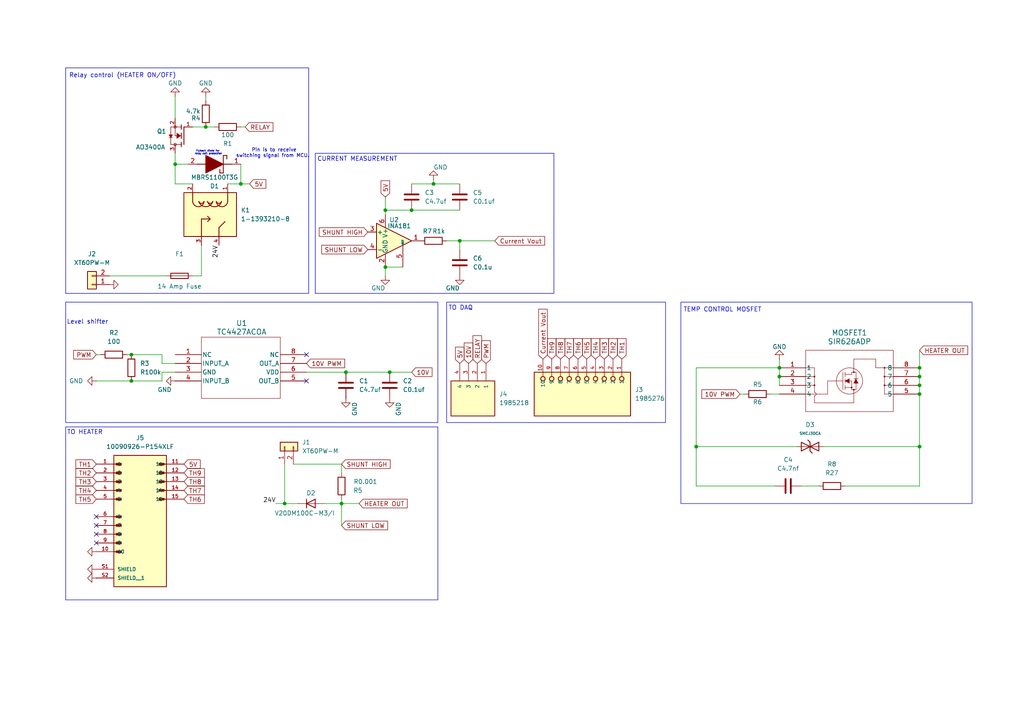
<source format=kicad_sch>
(kicad_sch (version 20250114) (generator "eeschema") (generator_version "9.0")
  (paper "A4")
  (lib_symbols
    (symbol "1-1393210-8:1-1393210-8" (pin_names (offset 1.016))
      (property "Reference" "K" (at -7.6217 8.1298 0))
      (property "Value" "1-1393210-8" (at -7.626 -10.1679 0))
      (symbol "1-1393210-8_0_0"
        (polyline (pts (xy -7.62 5.08) (xy -5.08 5.08)) (stroke (width 0.254)))
        (polyline (pts (xy -7.62 -5.08) (xy -5.08 -5.08)) (stroke (width 0.254)))
        (rectangle (start -7.62 -7.62) (end 5.08 7.62) (stroke (width 0.254)) (fill (type background)))
        (arc (start -5.08 0.762) (mid -3.556 -1.2604) (end -5.08 -3.302) (stroke (width 0.254)))
        (arc (start -5.08 3.302) (mid -3.5407 1.2593) (end -5.08 -0.762) (stroke (width 0.254)))
        (arc (start -5.08 3.302) (mid -4.5085 2.54) (end -5.08 1.778) (stroke (width 0.254)))
        (arc (start -5.08 0.762) (mid -4.5085 0) (end -5.08 -0.762) (stroke (width 0.254)))
        (arc (start -5.08 -1.778) (mid -4.5085 -2.54) (end -5.08 -3.302) (stroke (width 0.254)))
        (arc (start -5.08 5.08) (mid -3.5512 3.4405) (end -5.08 1.778) (stroke (width 0.254)))
        (arc (start -5.08 -1.778) (mid -3.5512 -3.4175) (end -5.08 -5.08) (stroke (width 0.254)))
        (polyline (pts (xy 0 0) (xy -0.762 -0.762)) (stroke (width 0.254)))
        (polyline (pts (xy 0 0) (xy 0.762 -0.762)) (stroke (width 0.254)))
        (polyline (pts (xy 0 -2.54) (xy 0 0)) (stroke (width 0.254)))
        (polyline (pts (xy 2.54 2.54) (xy 0.762 4.318)) (stroke (width 0.254)))
        (polyline (pts (xy 5.08 2.54) (xy 2.54 2.54)) (stroke (width 0.254)))
        (polyline (pts (xy 5.08 -2.54) (xy 0 -2.54)) (stroke (width 0.254)))
        (pin passive line (at -10.16 5.08 0) (length 2.54) (name "~") (number "1"))
        (pin passive line (at -10.16 -5.08 0) (length 2.54) (name "~") (number "2"))
        (pin passive line (at 7.62 2.54 180) (length 2.54) (name "~") (number "4"))
        (pin passive line (at 7.62 -2.54 180) (length 2.54) (name "~") (number "3"))
      )
    )
    (symbol "10090926-P154XLF:10090926-P154XLF" (pin_names (offset 1.016))
      (property "Reference" "J" (at -7.62 19.05 0))
      (property "Value" "10090926-P154XLF" (at -7.62 -22.86 0))
      (symbol "10090926-P154XLF_0_0"
        (polyline (pts (xy -7.62 15.24) (xy -5.715 15.24)) (stroke (width 0.254)))
        (polyline (pts (xy -7.62 12.7) (xy -5.715 12.7)) (stroke (width 0.254)))
        (polyline (pts (xy -7.62 10.16) (xy -5.715 10.16)) (stroke (width 0.254)))
        (polyline (pts (xy -7.62 7.62) (xy -5.715 7.62)) (stroke (width 0.254)))
        (polyline (pts (xy -7.62 5.08) (xy -5.715 5.08)) (stroke (width 0.254)))
        (polyline (pts (xy -7.62 0) (xy -5.715 0)) (stroke (width 0.254)))
        (polyline (pts (xy -7.62 -2.54) (xy -5.715 -2.54)) (stroke (width 0.254)))
        (polyline (pts (xy -7.62 -5.08) (xy -5.715 -5.08)) (stroke (width 0.254)))
        (polyline (pts (xy -7.62 -7.62) (xy -5.715 -7.62)) (stroke (width 0.254)))
        (polyline (pts (xy -7.62 -10.16) (xy -5.715 -10.16)) (stroke (width 0.254)))
        (rectangle (start -7.62 -20.32) (end 7.62 17.78) (stroke (width 0.254)) (fill (type background)))
        (rectangle (start -6.985 14.9225) (end -5.3975 15.5575) (stroke (width 0.1)) (fill (type outline)))
        (rectangle (start -6.985 12.3825) (end -5.3975 13.0175) (stroke (width 0.1)) (fill (type outline)))
        (rectangle (start -6.985 9.8425) (end -5.3975 10.4775) (stroke (width 0.1)) (fill (type outline)))
        (rectangle (start -6.985 7.3025) (end -5.3975 7.9375) (stroke (width 0.1)) (fill (type outline)))
        (rectangle (start -6.985 4.7625) (end -5.3975 5.3975) (stroke (width 0.1)) (fill (type outline)))
        (rectangle (start -6.985 -0.3175) (end -5.3975 0.3175) (stroke (width 0.1)) (fill (type outline)))
        (rectangle (start -6.985 -2.8575) (end -5.3975 -2.2225) (stroke (width 0.1)) (fill (type outline)))
        (rectangle (start -6.985 -5.3975) (end -5.3975 -4.7625) (stroke (width 0.1)) (fill (type outline)))
        (rectangle (start -6.985 -7.9375) (end -5.3975 -7.3025) (stroke (width 0.1)) (fill (type outline)))
        (rectangle (start -6.985 -10.4775) (end -5.3975 -9.8425) (stroke (width 0.1)) (fill (type outline)))
        (rectangle (start 5.3975 14.9225) (end 6.985 15.5575) (stroke (width 0.1)) (fill (type outline)))
        (rectangle (start 5.3975 12.3825) (end 6.985 13.0175) (stroke (width 0.1)) (fill (type outline)))
        (rectangle (start 5.3975 9.8425) (end 6.985 10.4775) (stroke (width 0.1)) (fill (type outline)))
        (rectangle (start 5.3975 7.3025) (end 6.985 7.9375) (stroke (width 0.1)) (fill (type outline)))
        (rectangle (start 5.3975 4.7625) (end 6.985 5.3975) (stroke (width 0.1)) (fill (type outline)))
        (polyline (pts (xy 7.62 15.24) (xy 5.715 15.24)) (stroke (width 0.254)))
        (polyline (pts (xy 7.62 12.7) (xy 5.715 12.7)) (stroke (width 0.254)))
        (polyline (pts (xy 7.62 10.16) (xy 5.715 10.16)) (stroke (width 0.254)))
        (polyline (pts (xy 7.62 7.62) (xy 5.715 7.62)) (stroke (width 0.254)))
        (polyline (pts (xy 7.62 5.08) (xy 5.715 5.08)) (stroke (width 0.254)))
        (pin passive line (at -12.7 15.24 0) (length 5.08) (name "1") (number "1"))
        (pin passive line (at -12.7 12.7 0) (length 5.08) (name "2") (number "2"))
        (pin passive line (at -12.7 10.16 0) (length 5.08) (name "3") (number "3"))
        (pin passive line (at -12.7 7.62 0) (length 5.08) (name "4") (number "4"))
        (pin passive line (at -12.7 5.08 0) (length 5.08) (name "5") (number "5"))
        (pin passive line (at -12.7 0 0) (length 5.08) (name "6") (number "6"))
        (pin passive line (at -12.7 -2.54 0) (length 5.08) (name "7") (number "7"))
        (pin passive line (at -12.7 -5.08 0) (length 5.08) (name "8") (number "8"))
        (pin passive line (at -12.7 -7.62 0) (length 5.08) (name "9") (number "9"))
        (pin passive line (at -12.7 -10.16 0) (length 5.08) (name "10") (number "10"))
        (pin passive line (at -12.7 -15.24 0) (length 5.08) (name "SHIELD") (number "S1"))
        (pin passive line (at -12.7 -17.78 0) (length 5.08) (name "SHIELD__1") (number "S2"))
        (pin passive line (at 12.7 15.24 180) (length 5.08) (name "11") (number "11"))
        (pin passive line (at 12.7 12.7 180) (length 5.08) (name "12") (number "12"))
        (pin passive line (at 12.7 10.16 180) (length 5.08) (name "13") (number "13"))
        (pin passive line (at 12.7 7.62 180) (length 5.08) (name "14") (number "14"))
        (pin passive line (at 12.7 5.08 180) (length 5.08) (name "15") (number "15"))
      )
    )
    (symbol "1985218:1985218" (pin_names (offset 1.016))
      (property "Reference" "J" (at -5.08 8.382 0))
      (property "Value" "1985218" (at -5.08 -7.62 0))
      (symbol "1985218_0_0"
        (rectangle (start -5.08 -5.08) (end 5.08 7.62) (stroke (width 0.254)) (fill (type background)))
        (pin passive line (at -10.16 5.08 0) (length 5.08) (name "1") (number "1"))
        (pin passive line (at -10.16 2.54 0) (length 5.08) (name "2") (number "2"))
        (pin passive line (at -10.16 0 0) (length 5.08) (name "3") (number "3"))
        (pin passive line (at -10.16 -2.54 0) (length 5.08) (name "4") (number "4"))
      )
    )
    (symbol "1985276:1985276" (pin_names (offset 1.016))
      (property "Reference" "J" (at -6.85 15.24 0))
      (property "Value" "1985276" (at -6.35 -15.24 0))
      (symbol "1985276_0_0"
        (rectangle (start -6.35 -12.7) (end 6.35 15.24) (stroke (width 0.254)) (fill (type background)))
        (circle (center -4.445 12.7) (radius 0.635) (stroke (width 0.254)))
        (circle (center -4.445 10.16) (radius 0.635) (stroke (width 0.254)))
        (circle (center -4.445 7.62) (radius 0.635) (stroke (width 0.254)))
        (circle (center -4.445 5.08) (radius 0.635) (stroke (width 0.254)))
        (circle (center -4.445 2.54) (radius 0.635) (stroke (width 0.254)))
        (circle (center -4.445 0) (radius 0.635) (stroke (width 0.254)))
        (circle (center -4.445 -2.54) (radius 0.635) (stroke (width 0.254)))
        (circle (center -4.445 -5.08) (radius 0.635) (stroke (width 0.254)))
        (circle (center -4.445 -7.62) (radius 0.635) (stroke (width 0.254)))
        (circle (center -4.445 -10.16) (radius 0.635) (stroke (width 0.254)))
        (pin passive line (at -10.16 12.7 0) (length 5.08) (name "1") (number "1"))
        (pin passive line (at -10.16 10.16 0) (length 5.08) (name "2") (number "2"))
        (pin passive line (at -10.16 7.62 0) (length 5.08) (name "3") (number "3"))
        (pin passive line (at -10.16 5.08 0) (length 5.08) (name "4") (number "4"))
        (pin passive line (at -10.16 2.54 0) (length 5.08) (name "5") (number "5"))
        (pin passive line (at -10.16 0 0) (length 5.08) (name "6") (number "6"))
        (pin passive line (at -10.16 -2.54 0) (length 5.08) (name "7") (number "7"))
        (pin passive line (at -10.16 -5.08 0) (length 5.08) (name "8") (number "8"))
        (pin passive line (at -10.16 -7.62 0) (length 5.08) (name "9") (number "9"))
        (pin passive line (at -10.16 -10.16 0) (length 5.08) (name "10") (number "10"))
      )
    )
    (symbol "2025-05-30_22-53-46:TC4427ACOA" (pin_names (offset 0.254))
      (property "Reference" "U1" (at 19.304 9.144 0))
      (property "Value" "TC4427ACOA" (at 19.304 6.604 0))
      (symbol "TC4427ACOA_0_1"
        (polyline (pts (xy 7.62 5.08) (xy 7.62 -12.7)) (stroke (width 0.127)))
        (polyline (pts (xy 7.62 -12.7) (xy 30.48 -12.7)) (stroke (width 0.127)))
        (polyline (pts (xy 30.48 5.08) (xy 7.62 5.08)) (stroke (width 0.127)))
        (polyline (pts (xy 30.48 -12.7) (xy 30.48 5.08)) (stroke (width 0.127)))
        (pin unspecified line (at 0 0 0) (length 7.62) (name "NC") (number "1"))
        (pin unspecified line (at 0 -2.54 0) (length 7.62) (name "INPUT_A") (number "2"))
        (pin unspecified line (at 0 -5.08 0) (length 7.62) (name "GND") (number "3"))
        (pin unspecified line (at 0 -7.62 0) (length 7.62) (name "INPUT_B") (number "4"))
        (pin unspecified line (at 38.1 0 180) (length 7.62) (name "NC") (number "8"))
        (pin unspecified line (at 38.1 -2.54 180) (length 7.62) (name "OUT_A") (number "7"))
        (pin unspecified line (at 38.1 -5.08 180) (length 7.62) (name "VDD") (number "6"))
        (pin unspecified line (at 38.1 -7.62 180) (length 7.62) (name "OUT_B") (number "5"))
      )
    )
    (symbol "AO3400A:AO3400A" (pin_names (offset 1.016))
      (property "Reference" "Q" (at -8.89 2.54 0))
      (property "Value" "AO3400A" (at -8.89 -7.62 0))
      (symbol "AO3400A_0_0"
        (polyline (pts (xy 0 2.54) (xy 0 -2.54)) (stroke (width 0.254)))
        (polyline (pts (xy 0.762 3.175) (xy 0.762 2.54)) (stroke (width 0.254)))
        (polyline (pts (xy 0.762 2.54) (xy 0.762 1.905)) (stroke (width 0.254)))
        (polyline (pts (xy 0.762 2.54) (xy 3.81 2.54)) (stroke (width 0.1524)))
        (polyline (pts (xy 0.762 0.762) (xy 0.762 0)) (stroke (width 0.254)))
        (polyline (pts (xy 0.762 0) (xy 0.762 -0.762)) (stroke (width 0.254)))
        (polyline (pts (xy 0.762 0) (xy 2.54 0)) (stroke (width 0.1524)))
        (polyline (pts (xy 0.762 -1.905) (xy 0.762 -3.175)) (stroke (width 0.254)))
        (polyline (pts (xy 1.016 0) (xy 2.032 0.762) (xy 2.032 -0.762) (xy 1.016 0)) (stroke (width 0.1524)) (fill (type outline)))
        (circle (center 2.54 2.54) (radius 0.3592))
        (polyline (pts (xy 2.54 0) (xy 2.54 -2.54)) (stroke (width 0.1524)))
        (circle (center 2.54 -2.54) (radius 0.3592))
        (polyline (pts (xy 3.81 2.54) (xy 3.81 0.508)) (stroke (width 0.1524)))
        (polyline (pts (xy 3.81 0.508) (xy 3.302 0.508)) (stroke (width 0.1524)))
        (polyline (pts (xy 3.81 0.508) (xy 3.81 -2.54)) (stroke (width 0.1524)))
        (polyline (pts (xy 3.81 0.508) (xy 3.302 -0.254) (xy 4.318 -0.254) (xy 3.81 0.508)) (stroke (width 0.1524)) (fill (type outline)))
        (polyline (pts (xy 3.81 -2.54) (xy 0.762 -2.54)) (stroke (width 0.1524)))
        (polyline (pts (xy 4.318 0.508) (xy 3.81 0.508)) (stroke (width 0.1524)))
        (pin passive line (at -2.54 -2.54 0) (length 2.54) (name "~") (number "1"))
        (pin passive line (at 2.54 5.08 270) (length 2.54) (name "~") (number "3"))
        (pin passive line (at 2.54 -5.08 90) (length 2.54) (name "~") (number "2"))
      )
    )
    (symbol "Amplifier_Current:INA181" (pin_names (offset 0.127))
      (property "Reference" "U" (at 3.81 3.81 0))
      (property "Value" "INA181" (at 3.81 -2.54 0))
      (symbol "INA181_0_1"
        (polyline (pts (xy 5.08 0) (xy -5.08 5.08) (xy -5.08 -5.08) (xy 5.08 0)) (stroke (width 0.254)) (fill (type background)))
      )
      (symbol "INA181_1_1"
        (pin input line (at -7.62 2.54 0) (length 2.54) (name "+") (number "3"))
        (pin input line (at -7.62 -2.54 0) (length 2.54) (name "-") (number "4"))
        (pin power_in line (at -2.54 7.62 270) (length 3.81) (name "V+") (number "6"))
        (pin power_in line (at -2.54 -7.62 90) (length 3.81) (name "GND") (number "2"))
        (pin input line (at 2.54 -7.62 90) (length 6.35) (name "REF") (number "5"))
        (pin output line (at 7.62 0 180) (length 2.54) (name "~") (number "1"))
      )
    )
    (symbol "Connector_Generic:Conn_01x02" (pin_names (offset 1.016) (hide yes))
      (property "Reference" "J" (at 0 2.54 0))
      (property "Value" "Conn_01x02" (at 0 -5.08 0))
      (symbol "Conn_01x02_1_1"
        (rectangle (start -1.27 1.27) (end 1.27 -3.81) (stroke (width 0.254)) (fill (type background)))
        (rectangle (start -1.27 0.127) (end 0 -0.127) (stroke (width 0.1524)))
        (rectangle (start -1.27 -2.413) (end 0 -2.667) (stroke (width 0.1524)))
        (pin passive line (at -5.08 0 0) (length 3.81) (name "Pin_1") (number "1"))
        (pin passive line (at -5.08 -2.54 0) (length 3.81) (name "Pin_2") (number "2"))
      )
    )
    (symbol "Device:C" (pin_numbers (hide yes)) (pin_names (offset 0.254))
      (property "Reference" "C" (at 0.635 2.54 0))
      (property "Value" "C" (at 0.635 -2.54 0))
      (symbol "C_0_1"
        (polyline (pts (xy -2.032 0.762) (xy 2.032 0.762)) (stroke (width 0.508)))
        (polyline (pts (xy -2.032 -0.762) (xy 2.032 -0.762)) (stroke (width 0.508)))
      )
      (symbol "C_1_1"
        (pin passive line (at 0 3.81 270) (length 2.794) (name "~") (number "1"))
        (pin passive line (at 0 -3.81 90) (length 2.794) (name "~") (number "2"))
      )
    )
    (symbol "Device:D" (pin_numbers (hide yes)) (pin_names (offset 1.016) (hide yes))
      (property "Reference" "D" (at 0 2.54 0))
      (property "Value" "D" (at 0 -2.54 0))
      (symbol "D_0_1"
        (polyline (pts (xy -1.27 1.27) (xy -1.27 -1.27)) (stroke (width 0.254)))
        (polyline (pts (xy 1.27 1.27) (xy 1.27 -1.27) (xy -1.27 0) (xy 1.27 1.27)) (stroke (width 0.254)))
        (polyline (pts (xy 1.27 0) (xy -1.27 0)))
      )
      (symbol "D_1_1"
        (pin passive line (at -3.81 0 0) (length 2.54) (name "K") (number "1"))
        (pin passive line (at 3.81 0 180) (length 2.54) (name "A") (number "2"))
      )
    )
    (symbol "Device:Fuse" (pin_numbers (hide yes)) (pin_names (offset 0))
      (property "Reference" "F" (at 2.032 0 90))
      (property "Value" "Fuse" (at -1.905 0 90))
      (symbol "Fuse_0_1"
        (rectangle (start -0.762 -2.54) (end 0.762 2.54) (stroke (width 0.254)))
        (polyline (pts (xy 0 2.54) (xy 0 -2.54)))
      )
      (symbol "Fuse_1_1"
        (pin passive line (at 0 3.81 270) (length 1.27) (name "~") (number "1"))
        (pin passive line (at 0 -3.81 90) (length 1.27) (name "~") (number "2"))
      )
    )
    (symbol "Device:R" (pin_numbers (hide yes)) (pin_names (offset 0))
      (property "Reference" "R" (at 2.032 0 90))
      (property "Value" "R" (at 0 0 90))
      (symbol "R_0_1"
        (rectangle (start -1.016 -2.54) (end 1.016 2.54) (stroke (width 0.254)))
      )
      (symbol "R_1_1"
        (pin passive line (at 0 3.81 270) (length 1.27) (name "~") (number "1"))
        (pin passive line (at 0 -3.81 90) (length 1.27) (name "~") (number "2"))
      )
    )
    (symbol "MBRS1100T3G:MBRS1100T3G" (pin_names (hide yes))
      (property "Reference" "D" (at 12.7 8.89 0))
      (property "Value" "MBRS1100T3G" (at 12.7 6.35 0))
      (symbol "MBRS1100T3G_1_1"
        (polyline (pts (xy 5.08 0) (xy 7.62 0)) (stroke (width 0.254)))
        (polyline (pts (xy 6.604 -1.524) (xy 6.604 -2.54)) (stroke (width 0.254)))
        (polyline (pts (xy 7.62 2.54) (xy 7.62 -2.54)) (stroke (width 0.254)))
        (polyline (pts (xy 7.62 2.54) (xy 8.636 2.54)) (stroke (width 0.254)))
        (polyline (pts (xy 7.62 0) (xy 12.7 2.54) (xy 12.7 -2.54) (xy 7.62 0)) (stroke (width 0.254)) (fill (type outline)))
        (polyline (pts (xy 7.62 -2.54) (xy 6.604 -2.54)) (stroke (width 0.254)))
        (polyline (pts (xy 8.636 1.524) (xy 8.636 2.54)) (stroke (width 0.254)))
        (polyline (pts (xy 12.7 0) (xy 15.24 0)) (stroke (width 0.254)))
        (pin passive line (at 2.54 0 0) (length 2.54) (name "K") (number "1"))
        (pin passive line (at 17.78 0 180) (length 2.54) (name "A") (number "2"))
      )
    )
    (symbol "PCM_JLCPCB-Diodes:TVS-Bi,SMCJ30CA" (pin_numbers (hide yes)) (pin_names (offset 0))
      (property "Reference" "D" (at 2.032 0.834 0))
      (property "Value" "SMCJ30CA" (at 2.032 -1.2122 0))
      (symbol "TVS-Bi,SMCJ30CA_0_1"
        (polyline (pts (xy -1.905 -0.635) (xy -1.27 0) (xy 1.27 0) (xy 1.905 0.635)) (stroke (width 0.254)))
        (polyline (pts (xy -1.27 2.54) (xy 0 0) (xy 1.27 2.54) (xy -1.27 2.54)) (stroke (width 0.254)))
        (polyline (pts (xy 1.27 -2.54) (xy 0 0) (xy -1.27 -2.54) (xy 1.27 -2.54)) (stroke (width 0.254)))
      )
      (symbol "TVS-Bi,SMCJ30CA_1_1"
        (pin passive line (at 0 3.81 270) (length 3.81) (name "~") (number "2"))
        (pin passive line (at 0 -3.81 90) (length 3.81) (name "~") (number "1"))
      )
    )
    (symbol "SIR:SIR462DP-T1-GE3" (pin_names (offset 0.254))
      (property "Reference" "MOSFET" (at 20.32 10.16 0))
      (property "Value" "SIR462DP-T1-GE3" (at 20.32 7.62 0))
      (symbol "SIR462DP-T1-GE3_0_1"
        (polyline (pts (xy 7.62 5.08) (xy 7.62 -12.7)) (stroke (width 0.127)))
        (polyline (pts (xy 7.62 0) (xy 10.16 0)) (stroke (width 0.127)))
        (polyline (pts (xy 7.62 -2.54) (xy 10.16 -2.54)) (stroke (width 0.127)))
        (polyline (pts (xy 7.62 -5.08) (xy 10.16 -5.08)) (stroke (width 0.127)))
        (polyline (pts (xy 7.62 -7.62) (xy 13.97 -7.62)) (stroke (width 0.127)))
        (polyline (pts (xy 7.62 -12.7) (xy 33.02 -12.7)) (stroke (width 0.127)))
        (arc (start 10.16 -7.112) (mid 10.6657 -7.62) (end 10.16 -8.128) (stroke (width 0.127)))
        (polyline (pts (xy 10.16 0) (xy 10.16 -7.112)) (stroke (width 0.127)))
        (circle (center 10.16 -2.54) (radius 0.127) (stroke (width 0.254)))
        (circle (center 10.16 -5.08) (radius 0.127) (stroke (width 0.254)))
        (polyline (pts (xy 10.16 -8.128) (xy 10.16 -10.16)) (stroke (width 0.127)))
        (polyline (pts (xy 10.16 -10.16) (xy 21.59 -10.16)) (stroke (width 0.127)))
        (polyline (pts (xy 13.97 -3.81) (xy 18.415 -3.81)) (stroke (width 0.127)))
        (polyline (pts (xy 13.97 -7.62) (xy 13.97 -3.81)) (stroke (width 0.127)))
        (polyline (pts (xy 18.415 -6.35) (xy 18.415 -1.27)) (stroke (width 0.127)))
        (polyline (pts (xy 19.05 -1.905) (xy 20.955 -1.905)) (stroke (width 0.127)))
        (polyline (pts (xy 19.05 -2.54) (xy 19.05 -1.27)) (stroke (width 0.127)))
        (polyline (pts (xy 19.05 -4.445) (xy 19.05 -3.175)) (stroke (width 0.127)))
        (polyline (pts (xy 19.05 -5.715) (xy 20.955 -5.715)) (stroke (width 0.127)))
        (polyline (pts (xy 19.05 -6.35) (xy 19.05 -5.08)) (stroke (width 0.127)))
        (polyline (pts (xy 20.32 -3.175) (xy 19.05 -3.81) (xy 20.32 -4.445)) (fill (type outline)))
        (polyline (pts (xy 20.32 -3.81) (xy 20.955 -3.81)) (stroke (width 0.127)))
        (circle (center 20.32 -3.81) (radius 3.81) (stroke (width 0.127)))
        (polyline (pts (xy 20.955 -1.27) (xy 22.225 -1.27)) (stroke (width 0.127)))
        (polyline (pts (xy 20.955 -1.905) (xy 20.955 -1.27)) (stroke (width 0.127)))
        (circle (center 20.955 -5.715) (radius 0.127) (stroke (width 0.254)))
        (polyline (pts (xy 20.955 -6.35) (xy 20.955 -3.81)) (stroke (width 0.127)))
        (polyline (pts (xy 20.955 -6.35) (xy 22.225 -6.35)) (stroke (width 0.127)))
        (polyline (pts (xy 21.59 2.54) (xy 21.59 -1.27)) (stroke (width 0.127)))
        (circle (center 21.59 -1.27) (radius 0.127) (stroke (width 0.254)))
        (circle (center 21.59 -6.35) (radius 0.127) (stroke (width 0.254)))
        (polyline (pts (xy 21.59 -10.16) (xy 21.59 -6.35)) (stroke (width 0.127)))
        (polyline (pts (xy 22.225 -3.175) (xy 22.225 -1.27)) (stroke (width 0.127)))
        (polyline (pts (xy 22.225 -6.35) (xy 22.225 -4.445)) (stroke (width 0.127)))
        (polyline (pts (xy 22.86 -3.175) (xy 21.59 -3.175)) (stroke (width 0.127)))
        (polyline (pts (xy 22.86 -4.445) (xy 21.59 -4.445) (xy 22.225 -3.175)) (fill (type outline)))
        (polyline (pts (xy 27.94 2.54) (xy 21.59 2.54)) (stroke (width 0.127)))
        (polyline (pts (xy 27.94 0) (xy 27.94 2.54)) (stroke (width 0.127)))
        (circle (center 30.48 0) (radius 0.127) (stroke (width 0.254)))
        (circle (center 30.48 -2.54) (radius 0.127) (stroke (width 0.254)))
        (circle (center 30.48 -5.08) (radius 0.127) (stroke (width 0.254)))
        (polyline (pts (xy 30.48 -7.62) (xy 30.48 0)) (stroke (width 0.127)))
        (polyline (pts (xy 33.02 5.08) (xy 7.62 5.08)) (stroke (width 0.127)))
        (polyline (pts (xy 33.02 0) (xy 27.94 0)) (stroke (width 0.127)))
        (polyline (pts (xy 33.02 -2.54) (xy 30.48 -2.54)) (stroke (width 0.127)))
        (polyline (pts (xy 33.02 -5.08) (xy 30.48 -5.08)) (stroke (width 0.127)))
        (polyline (pts (xy 33.02 -7.62) (xy 30.48 -7.62)) (stroke (width 0.127)))
        (polyline (pts (xy 33.02 -12.7) (xy 33.02 5.08)) (stroke (width 0.127)))
        (pin unspecified line (at 0 0 0) (length 7.62) (name "1") (number "1"))
        (pin unspecified line (at 0 -2.54 0) (length 7.62) (name "2") (number "2"))
        (pin unspecified line (at 0 -5.08 0) (length 7.62) (name "3") (number "3"))
        (pin unspecified line (at 0 -7.62 0) (length 7.62) (name "4") (number "4"))
        (pin unspecified line (at 40.64 0 180) (length 7.62) (name "8") (number "8"))
        (pin unspecified line (at 40.64 -2.54 180) (length 7.62) (name "7") (number "7"))
        (pin unspecified line (at 40.64 -5.08 180) (length 7.62) (name "6") (number "6"))
        (pin unspecified line (at 40.64 -7.62 180) (length 7.62) (name "5") (number "5"))
      )
    )
    (symbol "ScottoKeebs:Placeholder_Resistor" (pin_numbers (hide yes)) (pin_names (offset 0))
      (property "Reference" "R" (at 0 2.032 0))
      (property "Value" "Resistor" (at 0 -2.54 0))
      (symbol "Placeholder_Resistor_0_1"
        (rectangle (start 2.54 -1.016) (end -2.54 1.016) (stroke (width 0.254)))
      )
      (symbol "Placeholder_Resistor_1_1"
        (pin passive line (at -3.81 0 0) (length 1.27) (name "~") (number "1"))
        (pin passive line (at 3.81 0 180) (length 1.27) (name "~") (number "2"))
      )
    )
    (symbol "power:GND" (power) (pin_numbers (hide yes)) (pin_names (offset 0) (hide yes))
      (property "Value" "GND" (at 0 -3.81 0))
      (symbol "GND_0_1"
        (polyline (pts (xy 0 0) (xy 0 -1.27) (xy 1.27 -1.27) (xy 0 -2.54) (xy -1.27 -1.27) (xy 0 -1.27)))
      )
      (symbol "GND_1_1"
        (pin power_in line (at 0 0 270) (length 0) (name "~") (number "1"))
      )
    )
  )
  (rectangle (start 19.05 123.825) (end 127 173.99))
  (rectangle (start 197.485 87.63) (end 281.94 146.05))
  (rectangle (start 19.05 87.63) (end 127 122.555))
  (rectangle (start 91.44 44.45) (end 160.655 85.09))
  (rectangle (start 19.05 19.685) (end 89.535 85.09))
  (rectangle (start 129.54 87.63) (end 193.04 122.555))
  (text "TO HEATER\n" (at 24.638 125.476 0) (effects (font (size 1.27 1.27))))
  (text "Relay control (HEATER ON/OFF)" (at 35.56 21.971 0) (effects (font (size 1.27 1.27))))
  (text "TO DAQ\n" (at 133.604 89.408 0) (effects (font (size 1.27 1.27))))
  (text "Flyback diode for \nrelay coil protection" (at 60.452 44.323 0) (effects (font (size 0.508 0.508))))
  (text "CURRENT MEASUREMENT\n" (at 103.632 46.228 0) (effects (font (size 1.27 1.27))))
  (text "Level shifter\n" (at 25.4 93.472 0) (effects (font (size 1.27 1.27))))
  (text "TEMP CONTROL MOSFET\n" (at 209.55 89.916 0) (effects (font (size 1.27 1.27))))
  (text "Pin is to receive\nswitching signal from MCU. \n" (at 79.502 44.45 0) (effects (font (size 1.016 1.016))))
  (junction (at 266.7 111.76))
  (junction (at 201.93 129.54))
  (junction (at 38.1 110.49))
  (junction (at 59.69 36.83))
  (junction (at 38.1 102.87))
  (junction (at 226.06 109.22))
  (junction (at 266.7 129.54))
  (junction (at 266.7 109.22))
  (junction (at 266.7 106.68))
  (junction (at 69.85 53.34))
  (junction (at 111.76 77.47))
  (junction (at 226.06 106.68))
  (junction (at 113.03 107.95))
  (junction (at 100.33 107.95))
  (junction (at 82.55 146.05))
  (junction (at 266.7 114.3))
  (junction (at 111.76 60.96))
  (junction (at 125.73 53.34))
  (junction (at 50.8 47.625))
  (junction (at 99.06 146.05))
  (junction (at 133.35 69.85))
  (junction (at 119.38 60.96))
  (no_connect (at 27.94 149.86))
  (no_connect (at 27.94 152.4))
  (no_connect (at 88.9 102.87))
  (no_connect (at 27.94 157.48))
  (no_connect (at 27.94 154.94))
  (no_connect (at 88.9 110.49))
  (wire (pts (xy 125.73 52.07) (xy 125.73 53.34)))
  (wire (pts (xy 27.94 110.49) (xy 38.1 110.49)))
  (wire (pts (xy 31.75 80.01) (xy 48.26 80.01)))
  (wire (pts (xy 99.06 146.05) (xy 99.06 152.4)))
  (wire (pts (xy 59.69 27.94) (xy 59.69 29.21)))
  (wire (pts (xy 27.94 102.87) (xy 29.21 102.87)))
  (wire (pts (xy 46.99 105.41) (xy 46.99 102.87)))
  (wire (pts (xy 111.76 60.96) (xy 119.38 60.96)))
  (wire (pts (xy 36.83 102.87) (xy 38.1 102.87)))
  (wire (pts (xy 71.12 36.83) (xy 69.85 36.83)))
  (wire (pts (xy 50.8 44.45) (xy 50.8 47.625)))
  (wire (pts (xy 54.61 47.625) (xy 50.8 47.625)))
  (wire (pts (xy 237.49 140.97) (xy 232.41 140.97)))
  (wire (pts (xy 125.73 53.34) (xy 133.35 53.34)))
  (wire (pts (xy 111.76 60.96) (xy 111.76 62.23)))
  (wire (pts (xy 38.1 102.87) (xy 46.99 102.87)))
  (wire (pts (xy 46.99 107.95) (xy 50.8 107.95)))
  (wire (pts (xy 113.03 107.95) (xy 100.33 107.95)))
  (wire (pts (xy 266.7 111.76) (xy 266.7 114.3)))
  (wire (pts (xy 93.98 146.05) (xy 99.06 146.05)))
  (wire (pts (xy 201.93 129.54) (xy 231.14 129.54)))
  (wire (pts (xy 66.04 53.34) (xy 69.85 53.34)))
  (wire (pts (xy 58.42 80.01) (xy 58.42 71.12)))
  (wire (pts (xy 100.33 107.95) (xy 88.9 107.95)))
  (wire (pts (xy 266.7 109.22) (xy 266.7 111.76)))
  (wire (pts (xy 266.7 129.54) (xy 266.7 140.97)))
  (wire (pts (xy 223.52 114.3) (xy 226.06 114.3)))
  (wire (pts (xy 69.85 53.34) (xy 72.39 53.34)))
  (wire (pts (xy 111.76 77.47) (xy 116.84 77.47)))
  (wire (pts (xy 226.06 106.68) (xy 226.06 109.22)))
  (wire (pts (xy 62.23 36.83) (xy 59.69 36.83)))
  (wire (pts (xy 50.8 105.41) (xy 46.99 105.41)))
  (wire (pts (xy 55.88 80.01) (xy 58.42 80.01)))
  (wire (pts (xy 69.85 47.625) (xy 69.85 53.34)))
  (wire (pts (xy 50.8 27.94) (xy 50.8 34.29)))
  (wire (pts (xy 50.8 47.625) (xy 50.8 53.34)))
  (wire (pts (xy 38.1 110.49) (xy 46.99 110.49)))
  (wire (pts (xy 133.35 69.85) (xy 143.51 69.85)))
  (wire (pts (xy 85.09 134.62) (xy 99.06 134.62)))
  (wire (pts (xy 201.93 140.97) (xy 201.93 129.54)))
  (wire (pts (xy 99.06 146.05) (xy 104.14 146.05)))
  (wire (pts (xy 99.06 134.62) (xy 99.06 137.16)))
  (wire (pts (xy 111.76 80.01) (xy 111.76 77.47)))
  (wire (pts (xy 59.69 36.83) (xy 55.88 36.83)))
  (wire (pts (xy 266.7 114.3) (xy 266.7 129.54)))
  (wire (pts (xy 226.06 104.14) (xy 226.06 106.68)))
  (wire (pts (xy 201.93 106.68) (xy 201.93 129.54)))
  (wire (pts (xy 226.06 109.22) (xy 226.06 111.76)))
  (wire (pts (xy 133.35 69.85) (xy 133.35 72.39)))
  (wire (pts (xy 129.54 69.85) (xy 133.35 69.85)))
  (wire (pts (xy 119.38 107.95) (xy 113.03 107.95)))
  (wire (pts (xy 46.99 110.49) (xy 46.99 107.95)))
  (wire (pts (xy 224.79 140.97) (xy 201.93 140.97)))
  (wire (pts (xy 82.55 146.05) (xy 86.36 146.05)))
  (wire (pts (xy 266.7 101.6) (xy 266.7 106.68)))
  (wire (pts (xy 238.76 129.54) (xy 266.7 129.54)))
  (wire (pts (xy 80.01 146.05) (xy 82.55 146.05)))
  (wire (pts (xy 266.7 106.68) (xy 266.7 109.22)))
  (wire (pts (xy 82.55 134.62) (xy 82.55 146.05)))
  (wire (pts (xy 111.76 57.15) (xy 111.76 60.96)))
  (wire (pts (xy 245.11 140.97) (xy 266.7 140.97)))
  (wire (pts (xy 99.06 144.78) (xy 99.06 146.05)))
  (wire (pts (xy 119.38 53.34) (xy 125.73 53.34)))
  (wire (pts (xy 214.63 114.3) (xy 215.9 114.3)))
  (wire (pts (xy 201.93 106.68) (xy 226.06 106.68)))
  (wire (pts (xy 50.8 53.34) (xy 55.88 53.34)))
  (wire (pts (xy 119.38 60.96) (xy 133.35 60.96)))
  (label "24V" (at 80.01 146.05 180))
  (label "24V" (at 63.5 71.12 270))
  (global_label "TH3" (shape input) (at 175.26 104.14 90) (property "Intersheetrefs" "${INTERSHEET_REFS}" (effects (hide yes))))
  (global_label "TH5" (shape input) (at 170.18 104.14 90) (property "Intersheetrefs" "${INTERSHEET_REFS}" (effects (hide yes))))
  (global_label "5V" (shape input) (at 133.35 105.41 90) (property "Intersheetrefs" "${INTERSHEET_REFS}" (effects (hide yes))))
  (global_label "TH3" (shape input) (at 27.94 139.7 180) (property "Intersheetrefs" "${INTERSHEET_REFS}" (effects (hide yes))))
  (global_label "TH9" (shape input) (at 160.02 104.14 90) (property "Intersheetrefs" "${INTERSHEET_REFS}" (effects (hide yes))))
  (global_label "Current Vout" (shape input) (at 157.48 104.14 90) (property "Intersheetrefs" "${INTERSHEET_REFS}" (effects (hide yes))))
  (global_label "SHUNT LOW" (shape input) (at 106.68 72.39 180) (property "Intersheetrefs" "${INTERSHEET_REFS}" (effects (hide yes))))
  (global_label "10V" (shape input) (at 135.89 105.41 90) (property "Intersheetrefs" "${INTERSHEET_REFS}" (effects (hide yes))))
  (global_label "SHUNT HIGH" (shape input) (at 106.68 67.31 180) (property "Intersheetrefs" "${INTERSHEET_REFS}" (effects (hide yes))))
  (global_label "TH4" (shape input) (at 27.94 142.24 180) (property "Intersheetrefs" "${INTERSHEET_REFS}" (effects (hide yes))))
  (global_label "TH5" (shape input) (at 27.94 144.78 180) (property "Intersheetrefs" "${INTERSHEET_REFS}" (effects (hide yes))))
  (global_label "PWM" (shape input) (at 140.97 105.41 90) (property "Intersheetrefs" "${INTERSHEET_REFS}" (effects (hide yes))))
  (global_label "TH4" (shape input) (at 172.72 104.14 90) (property "Intersheetrefs" "${INTERSHEET_REFS}" (effects (hide yes))))
  (global_label "SHUNT LOW" (shape input) (at 99.06 152.4 0) (property "Intersheetrefs" "${INTERSHEET_REFS}" (effects (hide yes))))
  (global_label "5V" (shape input) (at 53.34 134.62 0) (property "Intersheetrefs" "${INTERSHEET_REFS}" (effects (hide yes))))
  (global_label "TH6" (shape input) (at 53.34 144.78 0) (property "Intersheetrefs" "${INTERSHEET_REFS}" (effects (hide yes))))
  (global_label "TH8" (shape input) (at 162.56 104.14 90) (property "Intersheetrefs" "${INTERSHEET_REFS}" (effects (hide yes))))
  (global_label "5V" (shape input) (at 72.39 53.34 0) (property "Intersheetrefs" "${INTERSHEET_REFS}" (effects (hide yes))))
  (global_label "TH7" (shape input) (at 165.1 104.14 90) (property "Intersheetrefs" "${INTERSHEET_REFS}" (effects (hide yes))))
  (global_label "TH7" (shape input) (at 53.34 142.24 0) (property "Intersheetrefs" "${INTERSHEET_REFS}" (effects (hide yes))))
  (global_label "RELAY" (shape input) (at 138.43 105.41 90) (property "Intersheetrefs" "${INTERSHEET_REFS}" (effects (hide yes))))
  (global_label "TH2" (shape input) (at 177.8 104.14 90) (property "Intersheetrefs" "${INTERSHEET_REFS}" (effects (hide yes))))
  (global_label "5V" (shape input) (at 111.76 57.15 90) (property "Intersheetrefs" "${INTERSHEET_REFS}" (effects (hide yes))))
  (global_label "HEATER OUT" (shape input) (at 104.14 146.05 0) (property "Intersheetrefs" "${INTERSHEET_REFS}" (effects (hide yes))))
  (global_label "RELAY" (shape input) (at 71.12 36.83 0) (property "Intersheetrefs" "${INTERSHEET_REFS}" (effects (hide yes))))
  (global_label "10V PWM" (shape input) (at 88.9 105.41 0) (property "Intersheetrefs" "${INTERSHEET_REFS}" (effects (hide yes))))
  (global_label "HEATER OUT" (shape input) (at 266.7 101.6 0) (property "Intersheetrefs" "${INTERSHEET_REFS}" (effects (hide yes))))
  (global_label "TH9" (shape input) (at 53.34 137.16 0) (property "Intersheetrefs" "${INTERSHEET_REFS}" (effects (hide yes))))
  (global_label "SHUNT HIGH" (shape input) (at 99.06 134.62 0) (property "Intersheetrefs" "${INTERSHEET_REFS}" (effects (hide yes))))
  (global_label "TH2" (shape input) (at 27.94 137.16 180) (property "Intersheetrefs" "${INTERSHEET_REFS}" (effects (hide yes))))
  (global_label "TH1" (shape input) (at 180.34 104.14 90) (property "Intersheetrefs" "${INTERSHEET_REFS}" (effects (hide yes))))
  (global_label "TH1" (shape input) (at 27.94 134.62 180) (property "Intersheetrefs" "${INTERSHEET_REFS}" (effects (hide yes))))
  (global_label "10V" (shape input) (at 119.38 107.95 0) (property "Intersheetrefs" "${INTERSHEET_REFS}" (effects (hide yes))))
  (global_label "10V PWM" (shape input) (at 214.63 114.3 180) (property "Intersheetrefs" "${INTERSHEET_REFS}" (effects (hide yes))))
  (global_label "PWM" (shape input) (at 27.94 102.87 180) (property "Intersheetrefs" "${INTERSHEET_REFS}" (effects (hide yes))))
  (global_label "TH6" (shape input) (at 167.64 104.14 90) (property "Intersheetrefs" "${INTERSHEET_REFS}" (effects (hide yes))))
  (global_label "TH8" (shape input) (at 53.34 139.7 0) (property "Intersheetrefs" "${INTERSHEET_REFS}" (effects (hide yes))))
  (global_label "Current Vout" (shape input) (at 143.51 69.85 0) (property "Intersheetrefs" "${INTERSHEET_REFS}" (effects (hide yes))))
  (symbol (lib_id "power:GND") (at 133.35 80.01 0) (unit 1)
    (property "Reference" "#PWR014" (effects (hide yes)))
    (property "Value" "GND" (at 133.35 83.566 0) (effects (justify right)))
    (property "Description" "Power symbol creates a global label with name \"GND\" , ground" (effects (hide yes)))
  )
  (symbol (lib_id "power:GND") (at 100.33 115.57 0) (unit 1)
    (property "Reference" "#PWR010" (effects (hide yes)))
    (property "Value" "GND" (at 102.87 116.586 90) (effects (justify right)))
    (property "Description" "Power symbol creates a global label with name \"GND\" , ground" (effects (hide yes)))
  )
  (symbol (lib_id "Device:C") (at 133.35 57.15 0) (unit 1)
    (property "Reference" "C5" (at 137.16 55.8799 0) (effects (justify left)))
    (property "Value" "C0.1uf" (at 137.16 58.4199 0) (effects (justify left)))
    (property "Footprint" "Capacitor_SMD:C_0805_2012Metric" (effects (hide yes)))
    (property "Description" "Unpolarized capacitor" (effects (hide yes)))
  )
  (symbol (lib_id "Device:R") (at 241.3 140.97 90) (unit 1)
    (property "Reference" "R8" (at 241.3 134.62 90))
    (property "Value" "R27" (at 241.3 137.16 90))
    (property "Description" "Resistor" (effects (hide yes)))
  )
  (symbol (lib_id "Device:D") (at 90.17 146.05 0) (unit 1)
    (property "Reference" "D2" (at 90.17 143.002 0))
    (property "Value" "V20DM100C-M3/I" (at 88.392 148.844 0))
    (property "Footprint" "Package_TO_SOT_SMD:TO-263-2" (effects (hide yes)))
    (property "Description" "Diode" (effects (hide yes)))
    (property "Sim.Device" "D" (effects (hide yes)))
    (property "Sim.Pins" "1=K 2=A" (effects (hide yes)))
  )
  (symbol (lib_id "power:GND") (at 59.69 27.94 180) (unit 1)
    (property "Reference" "#PWR09" (effects (hide yes)))
    (property "Value" "GND" (at 59.69 24.13 0))
    (property "Description" "Power symbol creates a global label with name \"GND\" , ground" (effects (hide yes)))
  )
  (symbol (lib_id "Device:R") (at 125.73 69.85 270) (unit 1)
    (property "Reference" "R7" (at 123.952 67.056 90))
    (property "Value" "R1k" (at 127.254 67.056 90))
    (property "Footprint" "Resistor_SMD:R_0805_2012Metric" (effects (hide yes)))
    (property "Description" "Resistor" (effects (hide yes)))
  )
  (symbol (lib_id "Device:C") (at 119.38 57.15 0) (unit 1)
    (property "Reference" "C3" (at 123.19 55.8799 0) (effects (justify left)))
    (property "Value" "C4.7uf" (at 123.19 58.4199 0) (effects (justify left)))
    (property "Footprint" "Capacitor_SMD:C_0805_2012Metric" (effects (hide yes)))
    (property "Description" "Unpolarized capacitor" (effects (hide yes)))
  )
  (symbol (lib_id "1985276:1985276") (at 167.64 114.3 270) (unit 1)
    (property "Reference" "J3" (at 184.15 113.0299 90) (effects (justify left)))
    (property "Value" "1985276" (at 184.15 115.5699 90) (effects (justify left)))
    (property "Footprint" "01x12 connnector:PHOENIX_1985276" (effects (hide yes)))
    (property "MANUFACTURER" "PHOENIX" (effects (hide yes)))
  )
  (symbol (lib_id "Device:C") (at 133.35 76.2 0) (unit 1)
    (property "Reference" "C6" (at 137.16 74.9299 0) (effects (justify left)))
    (property "Value" "C0.1u" (at 137.16 77.4699 0) (effects (justify left)))
    (property "Footprint" "Capacitor_SMD:C_0805_2012Metric" (effects (hide yes)))
    (property "Description" "Unpolarized capacitor" (effects (hide yes)))
  )
  (symbol (lib_id "power:GND") (at 27.94 165.1 270) (unit 1)
    (property "Reference" "#PWR05" (effects (hide yes)))
    (property "Value" "GND" (effects (hide yes)))
    (property "Description" "Power symbol creates a global label with name \"GND\" , ground" (effects (hide yes)))
  )
  (symbol (lib_id "PCM_JLCPCB-Diodes:TVS-Bi,SMCJ30CA") (at 234.95 129.54 90) (unit 1)
    (property "Reference" "D3" (at 234.95 123.19 90))
    (property "Value" "SMCJ30CA" (at 234.95 125.73 90) (effects (font (size 0.8 0.8))))
    (property "Footprint" "PCM_JLCPCB:D_SMC" (effects (hide yes)))
    (property "Datasheet" "https://wmsc.lcsc.com/wmsc/upload/file/pdf/v2/lcsc/2312221742_hongjiacheng-SMCJ30CA_C19077607.pdf" (effects (hide yes)))
    (property "Description" "31A 48.4V 1.5kW 36.8V Bidirectional 30V SMC ESD and Surge Protection (TVS/ESD) ROHS" (effects (hide yes)))
    (property "LCSC" "C19077607" (effects (hide yes)))
    (property "Stock" "32220" (effects (hide yes)))
    (property "Price" "0.106USD" (effects (hide yes)))
    (property "Process" "SMT" (effects (hide yes)))
    (property "Minimum Qty" "2" (effects (hide yes)))
    (property "Attrition Qty" "0" (effects (hide yes)))
    (property "Class" "Preferred Component" (effects (hide yes)))
    (property "Category" "TVS/Fuse/Board Level Protection,Electrostatic And Surge Protection (TVS/ESD)" (effects (hide yes)))
    (property "Manufacturer" "hongjiacheng" (effects (hide yes)))
    (property "Part" "SMCJ30CA" (effects (hide yes)))
  )
  (symbol (lib_id "1-1393210-8:1-1393210-8") (at 60.96 63.5 270) (unit 1)
    (property "Reference" "K1" (at 69.85 60.9599 90) (effects (justify left)))
    (property "Value" "1-1393210-8" (at 69.85 63.4999 90) (effects (justify left)))
    (property "Footprint" "T9AS1D12_24:RELAY_1-1393210-8" (effects (hide yes)))
    (property "PARTREV" "0815" (effects (hide yes)))
    (property "STANDARD" "Manufacturer Recommendations" (effects (hide yes)))
    (property "MANUFACTURER" "TE connectivity" (effects (hide yes)))
  )
  (symbol (lib_id "MBRS1100T3G:MBRS1100T3G") (at 72.39 47.625 180) (unit 1)
    (property "Reference" "D1" (at 62.23 53.975 0))
    (property "Value" "MBRS1100T3G" (at 62.23 51.435 0))
    (property "Footprint" "MBRS1100T3G:DIOM5436X247N" (effects (hide yes)))
    (property "Datasheet" "https://www.onsemi.com/pub/Collateral/MBRS1100T3-D.PDF" (effects (hide yes)))
    (property "Description" "Weight: 95 mg (approximately); Rectangular Package for Automated Handling; Case: Epoxy, Molded; Markings: MBRS190T3: B19 MBRS1100T3: B1C; Cathode Polarity Band; Lead and Mounting Surface Temperature for Soldering Purposes: 260C Max. for 10 Seconds; Shipped in 12 mm Tape and Reel, 2500 units per reel; 150C Operating Junction Temperature; Finish: All External Surfaces Corrosion Resistant and Terminal Leads are Readily Solderable; Small Compact Surface Mountable Package with J-Bend Leads; Highly Stable Oxide" (effects (hide yes)))
    (property "Height" "2.47" (effects (hide yes)))
    (property "Mouser Part Number" "863-MBRS1100T3G" (effects (hide yes)))
    (property "Mouser Price/Stock" "https://www.mouser.co.uk/ProductDetail/onsemi/MBRS1100T3G?qs=3JMERSakebpsze4F2qcnhA%3D%3D" (effects (hide yes)))
    (property "Manufacturer_Name" "onsemi" (effects (hide yes)))
    (property "Manufacturer_Part_Number" "MBRS1100T3G" (effects (hide yes)))
  )
  (symbol (lib_id "Device:R") (at 219.71 114.3 270) (unit 1)
    (property "Reference" "R6" (at 219.71 116.586 90))
    (property "Value" "R5" (at 219.71 111.506 90))
    (property "Footprint" "Resistor_SMD:R_0805_2012Metric" (effects (hide yes)))
    (property "Description" "Resistor" (effects (hide yes)))
  )
  (symbol (lib_id "AO3400A:AO3400A") (at 53.34 39.37 180) (unit 1)
    (property "Reference" "Q1" (at 48.26 38.0999 0) (effects (justify left)))
    (property "Value" "AO3400A" (at 39.37 42.672 0) (effects (justify right)))
    (property "Footprint" "AO3400A (1):SOT95P280X125-3N" (effects (hide yes)))
    (property "PARTREV" "L" (effects (hide yes)))
    (property "STANDARD" "IPC 7351B" (effects (hide yes)))
    (property "MAXIMUM_PACKAGE_HEIGHT" "1.25 mm" (effects (hide yes)))
    (property "MANUFACTURER" "Alpha & Omega Semiconductor" (effects (hide yes)))
  )
  (symbol (lib_id "Device:Fuse") (at 52.07 80.01 90) (unit 1)
    (property "Reference" "F1" (at 52.07 73.66 90))
    (property "Value" "14 Amp Fuse" (at 52.07 83.058 90))
    (property "Footprint" "FUSE_0697H9200:FUSRR508W60L835T400H810" (effects (hide yes)))
    (property "Description" "Fuse" (effects (hide yes)))
  )
  (symbol (lib_id "Device:C") (at 100.33 111.76 0) (unit 1)
    (property "Reference" "C1" (at 104.14 110.4899 0) (effects (justify left)))
    (property "Value" "C4.7uf" (at 104.14 113.0299 0) (effects (justify left)))
    (property "Footprint" "Capacitor_SMD:C_0805_2012Metric" (effects (hide yes)))
    (property "Description" "Unpolarized capacitor" (effects (hide yes)))
  )
  (symbol (lib_id "10090926-P154XLF:10090926-P154XLF") (at 40.64 149.86 0) (unit 1)
    (property "Reference" "J5" (at 40.64 127 0))
    (property "Value" "10090926-P154XLF" (at 40.64 129.54 0))
    (property "Footprint" "10090926_P154XLF:AMPHENOL_10090926-P154XLF" (effects (hide yes)))
    (property "PARTREV" "H" (effects (hide yes)))
    (property "STANDARD" "Manufacturer Recommendations" (effects (hide yes)))
    (property "SNAPEDA_PN" "10090926-P154XLF" (effects (hide yes)))
    (property "MAXIMUM_PACKAGE_HEIGHT" "12.7mm" (effects (hide yes)))
    (property "MANUFACTURER" "Amphenol" (effects (hide yes)))
  )
  (symbol (lib_id "Device:R") (at 38.1 106.68 0) (unit 1)
    (property "Reference" "R3" (at 40.64 105.4099 0) (effects (justify left)))
    (property "Value" "R100k" (at 40.64 107.9499 0) (effects (justify left)))
    (property "Footprint" "Resistor_SMD:R_0805_2012Metric" (effects (hide yes)))
    (property "Description" "Resistor" (effects (hide yes)))
  )
  (symbol (lib_id "SIR:SIR462DP-T1-GE3") (at 226.06 106.68 0) (unit 1)
    (property "Reference" "MOSFET1" (at 246.38 96.52 0) (effects (font (size 1.524 1.524))))
    (property "Value" "SIR626ADP" (at 246.38 99.06 0) (effects (font (size 1.524 1.524))))
    (property "Footprint" "SIR462DP:POWERPAK_SO-8_SINGLE_VIS" (effects (hide yes)))
    (property "Datasheet" "SIR462DP-T1-GE3" (effects (hide yes)))
  )
  (symbol (lib_id "power:GND") (at 111.76 80.01 0) (unit 1)
    (property "Reference" "#PWR012" (effects (hide yes)))
    (property "Value" "GND" (at 111.76 83.566 0) (effects (justify right)))
    (property "Description" "Power symbol creates a global label with name \"GND\" , ground" (effects (hide yes)))
  )
  (symbol (lib_id "2025-05-30_22-53-46:TC4427ACOA") (at 50.8 102.87 0) (unit 1)
    (property "Reference" "U1" (at 70.104 93.726 0) (effects (font (size 1.524 1.524))))
    (property "Value" "TC4427ACOA" (at 70.104 96.266 0) (effects (font (size 1.524 1.524))))
    (property "Footprint" "TC4427:SOIC8-N_MC_MCH" (effects (hide yes)))
    (property "Datasheet" "TC4427ACOA" (effects (hide yes)))
  )
  (symbol (lib_id "Device:R") (at 59.69 33.02 180) (unit 1)
    (property "Reference" "R4" (at 58.166 34.29 0) (effects (justify left)))
    (property "Value" "4.7k" (at 58.166 32.258 0) (effects (justify left)))
    (property "Footprint" "Resistor_SMD:R_0805_2012Metric" (effects (hide yes)))
    (property "Description" "Resistor" (effects (hide yes)))
  )
  (symbol (lib_id "Amplifier_Current:INA181") (at 114.3 69.85 0) (unit 1)
    (property "Reference" "U2" (at 114.3 63.754 0))
    (property "Value" "INA181" (at 115.824 65.532 0))
    (property "Footprint" "Package_TO_SOT_SMD:SOT-23-6" (effects (hide yes)))
    (property "Datasheet" "http://www.ti.com/lit/ds/symlink/ina181.pdf" (effects (hide yes)))
    (property "Description" "Bidirectional, Low- and High-Side Voltage Output, Current-Sense Amplifier, SOT-23-6" (effects (hide yes)))
  )
  (symbol (lib_id "power:GND") (at 31.75 82.55 90) (unit 1)
    (property "Reference" "#PWR04" (effects (hide yes)))
    (property "Value" "GND" (effects (hide yes)))
    (property "Description" "Power symbol creates a global label with name \"GND\" , ground" (effects (hide yes)))
  )
  (symbol (lib_id "ScottoKeebs:Placeholder_Resistor") (at 66.04 36.83 180) (unit 1)
    (property "Reference" "R1" (at 66.04 41.656 0))
    (property "Value" "100" (at 66.04 39.116 0))
    (property "Footprint" "Resistor_SMD:R_0805_2012Metric" (effects (hide yes)))
    (property "Description" "Resistor" (effects (hide yes)))
  )
  (symbol (lib_id "power:GND") (at 27.94 160.02 270) (unit 1)
    (property "Reference" "#PWR07" (effects (hide yes)))
    (property "Value" "GND" (effects (hide yes)))
    (property "Description" "Power symbol creates a global label with name \"GND\" , ground" (effects (hide yes)))
  )
  (symbol (lib_id "power:GND") (at 50.8 27.94 180) (unit 1)
    (property "Reference" "#PWR02" (effects (hide yes)))
    (property "Value" "GND" (at 50.8 24.13 0))
    (property "Description" "Power symbol creates a global label with name \"GND\" , ground" (effects (hide yes)))
  )
  (symbol (lib_id "power:GND") (at 50.8 110.49 270) (unit 1)
    (property "Reference" "#PWR08" (effects (hide yes)))
    (property "Value" "GND" (at 49.784 113.03 90) (effects (justify right)))
    (property "Description" "Power symbol creates a global label with name \"GND\" , ground" (effects (hide yes)))
  )
  (symbol (lib_id "Connector_Generic:Conn_01x02") (at 82.55 129.54 90) (unit 1)
    (property "Reference" "J1" (at 87.63 128.2699 90) (effects (justify right)))
    (property "Value" "XT60PW-M" (at 87.63 130.8099 90) (effects (justify right)))
    (property "Footprint" "XT60PW-M:AMASS_XT60PW-M" (effects (hide yes)))
    (property "Description" "Generic connector, single row, 01x02, script generated (kicad-library-utils/schlib/autogen/connector/)" (effects (hide yes)))
  )
  (symbol (lib_id "ScottoKeebs:Placeholder_Resistor") (at 33.02 102.87 0) (unit 1)
    (property "Reference" "R2" (at 33.02 96.52 0))
    (property "Value" "100" (at 33.02 99.06 0))
    (property "Footprint" "Resistor_SMD:R_0805_2012Metric" (effects (hide yes)))
    (property "Description" "Resistor" (effects (hide yes)))
  )
  (symbol (lib_id "Device:C") (at 228.6 140.97 270) (unit 1)
    (property "Reference" "C4" (at 228.6 133.35 90))
    (property "Value" "C4.7nf" (at 228.6 135.89 90))
    (property "Description" "Unpolarized capacitor" (effects (hide yes)))
  )
  (symbol (lib_id "Device:R") (at 99.06 140.97 180) (unit 1)
    (property "Reference" "R5" (at 105.156 142.24 0) (effects (justify left)))
    (property "Value" "R0.001" (at 109.474 139.7 0) (effects (justify left)))
    (property "Footprint" "CRE2512_FZ_R001E_2 (1):RESC6432X90N" (effects (hide yes)))
    (property "Description" "Resistor" (effects (hide yes)))
  )
  (symbol (lib_id "power:GND") (at 125.73 52.07 180) (unit 1)
    (property "Reference" "#PWR013" (effects (hide yes)))
    (property "Value" "GND" (at 125.73 48.514 0) (effects (justify right)))
    (property "Description" "Power symbol creates a global label with name \"GND\" , ground" (effects (hide yes)))
  )
  (symbol (lib_id "power:GND") (at 27.94 110.49 270) (unit 1)
    (property "Reference" "#PWR01" (effects (hide yes)))
    (property "Value" "GND" (at 24.13 110.4899 90) (effects (justify right)))
    (property "Description" "Power symbol creates a global label with name \"GND\" , ground" (effects (hide yes)))
  )
  (symbol (lib_id "1985218:1985218") (at 135.89 115.57 270) (unit 1)
    (property "Reference" "J4" (at 144.78 114.2999 90) (effects (justify left)))
    (property "Value" "1985218" (at 144.78 116.8399 90) (effects (justify left)))
    (property "Footprint" "1985218:TE_1985218" (effects (hide yes)))
    (property "PARTREV" "29.03.2021" (effects (hide yes)))
    (property "STANDARD" "Manufacturer Recommendations" (effects (hide yes)))
    (property "MAXIMUM_PACKAGE_HEIGHT" "13.1mm" (effects (hide yes)))
    (property "MANUFACTURER" "TE Connectivity" (effects (hide yes)))
  )
  (symbol (lib_id "Device:C") (at 113.03 111.76 0) (unit 1)
    (property "Reference" "C2" (at 116.84 110.4899 0) (effects (justify left)))
    (property "Value" "C0.1uf" (at 116.84 113.0299 0) (effects (justify left)))
    (property "Footprint" "Capacitor_SMD:C_0805_2012Metric" (effects (hide yes)))
    (property "Description" "Unpolarized capacitor" (effects (hide yes)))
  )
  (symbol (lib_id "power:GND") (at 27.94 167.64 270) (unit 1)
    (property "Reference" "#PWR06" (effects (hide yes)))
    (property "Value" "GND" (effects (hide yes)))
    (property "Description" "Power symbol creates a global label with name \"GND\" , ground" (effects (hide yes)))
  )
  (symbol (lib_id "Connector_Generic:Conn_01x02") (at 26.67 82.55 180) (unit 1)
    (property "Reference" "J2" (at 26.67 73.66 0))
    (property "Value" "XT60PW-M" (at 26.67 76.2 0))
    (property "Footprint" "XT60PW-M:AMASS_XT60PW-M" (effects (hide yes)))
    (property "Description" "Generic connector, single row, 01x02, script generated (kicad-library-utils/schlib/autogen/connector/)" (effects (hide yes)))
  )
  (symbol (lib_id "power:GND") (at 113.03 115.57 0) (unit 1)
    (property "Reference" "#PWR011" (effects (hide yes)))
    (property "Value" "GND" (at 115.57 116.586 90) (effects (justify right)))
    (property "Description" "Power symbol creates a global label with name \"GND\" , ground" (effects (hide yes)))
  )
  (symbol (lib_id "power:GND") (at 226.06 104.14 180) (unit 1)
    (property "Reference" "#PWR03" (effects (hide yes)))
    (property "Value" "GND" (at 224.028 100.584 0) (effects (justify right)))
    (property "Description" "Power symbol creates a global label with name \"GND\" , ground" (effects (hide yes)))
  )
)
</source>
